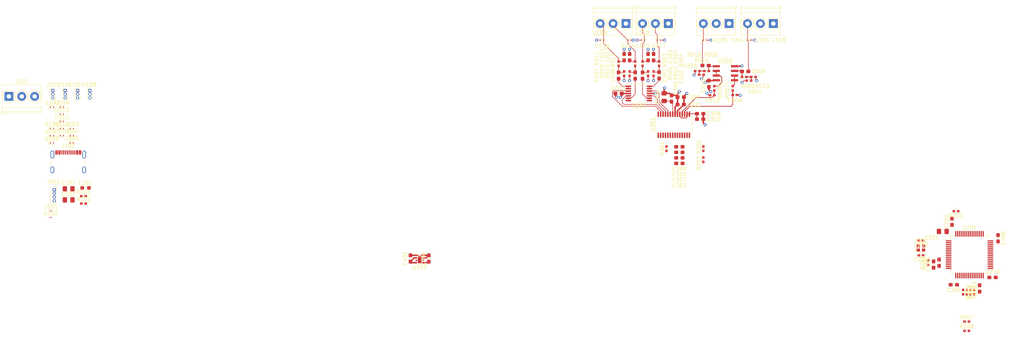
<source format=kicad_pcb>
(kicad_pcb (version 20221018) (generator pcbnew)
  (layers (0 "F.Cu" signal) (1 "In1.Cu" power) (2 "In2.Cu" power) (31 "B.Cu" signal) (34 "B.Paste" user) (35 "F.Paste" user) (36 "B.SilkS" user "B.Silkscreen") (37 "F.SilkS" user "F.Silkscreen") (38 "B.Mask" user) (39 "F.Mask" user) (44 "Edge.Cuts" user))
  (net 0 "")
  (net 1 "/MCU/crystal_B")
  (net 2 "/MCU/crystal_A")
  (net 3 "VREF")
  (net 4 "Net-(U501C--)")
  (net 5 "Net-(C501-Pad2)")
  (net 6 "Net-(U501D--)")
  (net 7 "Net-(C502-Pad2)")
  (net 8 "SPKR_LEFT_P_BUF")
  (net 9 "SPKR_LEFT_N_BUF")
  (net 10 "Net-(U502A--)")
  (net 11 "Net-(U502B--)")
  (net 12 "Net-(U501A--)")
  (net 13 "Net-(C507-Pad2)")
  (net 14 "Net-(U501B--)")
  (net 15 "Net-(C508-Pad2)")
  (net 16 "MIC_1_IN_BUF")
  (net 17 "MIC_2_IN_BUF")
  (net 18 "SPKR_RIGHT_P_BUF")
  (net 19 "SPKR_RIGHT_N_BUF")
  (net 22 "USB_D+")
  (net 23 "USB_D-")
  (net 30 "Net-(U201-BOOT0)")
  (net 31 "Net-(U201-NRST)")
  (net 32 "+3V3")
  (net 33 "GND")
  (net 34 "I2S_2_SD")
  (net 35 "I2S_WS")
  (net 36 "I2S_CLK")
  (net 37 "I2C_1_SCL")
  (net 38 "I2C_1_SDA")
  (net 39 "GNDS")
  (net 40 "MIC_1_IN")
  (net 41 "SPKR_RIGHT_P")
  (net 42 "SPKR_RIGHT_N")
  (net 43 "SPKR_LEFT_P")
  (net 44 "SPKR_LEFT_N")
  (net 45 "MIC_2_IN")
  (net 46 "Net-(U502A-+)")
  (net 47 "Net-(U502B-+)")
  (net 48 "GPIO_A3")
  (net 49 "GPIO_A2")
  (net 50 "GPIO_A1")
  (net 51 "GPIO_A0")
  (net 52 "CODEC_RST")
  (net 54 "MCU_SWCLK")
  (net 55 "MCU_SWDIO")
  (net 56 "USB_D_P")
  (net 57 "USB_D_M")
  (net 58 "VBUS_SENSE")
  (net 63 "+5V")
  (net 64 "/MCU/USB_SOF")
  (net 74 "I2S_MCLK")
  (net 75 "I2S_1_SD")
  (net 93 "/Connectors/5V_INPUT")
  (net 94 "/MCU/VCAP_1")
  (net 95 "/Codec/FILT")
  (net 96 "/Connectors/VBUS_USB")
  (net 97 "/Codec/CODEC_CS")
  (net 98 "RST")
  (net 99 "/MCU/i2s_mclk_series")
  (net 100 "/MCU/i2s_ws _series")
  (net 101 "/MCU/i2s_clk_series")
  (net 102 "/MCU/i2s_1_sd_sereis")
  (net 103 "/Codec/codec_sdout_sereis")
  (footprint "Resistor_SMD:R_0402_1005Metric_Pad0.72x0.64mm_HandSolder" (layer "F.Cu") (at 111.975 39.5975 90)
    (fp_text reference "R507")
    (fp_text value "2.2k")
  )
  (footprint "Diode_SMD:D_SOD-923" (layer "F.Cu") (at -72.805 54.45)
    (fp_text reference "U108")
    (fp_text value "~")
  )
  (footprint "Diode_SMD:Infineon_SG-WLL-2-3_0.58x0.28_P0.36mm" (layer "F.Cu") (at -73.13 72.88)
    (fp_text reference "U101")
    (fp_text value "~")
  )
  (footprint "Resistor_SMD:R_0402_1005Metric_Pad0.72x0.64mm_HandSolder" (layer "F.Cu") (at 89 35.5975 -90)
    (fp_text reference "R501")
    (fp_text value "2.2k")
  )
  (footprint "Resistor_SMD:R_0402_1005Metric_Pad0.72x0.64mm_HandSolder" (layer "F.Cu") (at 175.5 103.01)
    (fp_text reference "R207")
    (fp_text value "10k")
  )
  (footprint "Resistor_SMD:R_0402_1005Metric_Pad0.72x0.64mm_HandSolder" (layer "F.Cu") (at 85.5 32.9025 90)
    (fp_text reference "R512")
    (fp_text value "2.2k")
  )
  (footprint "Capacitor_SMD:C_0603_1608Metric_Pad1.08x0.95mm_HandSolder" (layer "F.Cu") (at 29.5 85.85 90)
    (fp_text reference "C402")
    (fp_text value "1u")
  )
  (footprint "Diode_SMD:D_SOD-923" (layer "F.Cu") (at 83.92 26.5)
    (fp_text reference "U114")
    (fp_text value "~")
  )
  (footprint "Capacitor_SMD:C_0402_1005Metric_Pad0.74x0.62mm_HandSolder" (layer "F.Cu") (at 163.0675 81 180)
    (fp_text reference "C202")
    (fp_text value "19p 1%")
  )
  (footprint "Resistor_SMD:R_0402_1005Metric_Pad0.72x0.64mm_HandSolder" (layer "F.Cu") (at 102.3775 34.905 180)
    (fp_text reference "R516")
    (fp_text value "2.2k")
  )
  (footprint "Capacitor_SMD:C_0402_1005Metric_Pad0.74x0.62mm_HandSolder" (layer "F.Cu") (at 163.0675 85 180)
    (fp_text reference "C201")
    (fp_text value "19p 1%")
  )
  (footprint "Diode_SMD:D_SOD-923" (layer "F.Cu") (at -72.805 52.5)
    (fp_text reference "U107")
    (fp_text value "~")
  )
  (footprint "Capacitor_SMD:C_0603_1608Metric_Pad1.08x0.95mm_HandSolder" (layer "F.Cu") (at 97.5 55.5 180)
    (fp_text reference "C309")
    (fp_text value "0.1u")
  )
  (footprint "Capacitor_SMD:C_0603_1608Metric_Pad1.08x0.95mm_HandSolder" (layer "F.Cu") (at 104.6125 33.405)
    (fp_text reference "C506")
    (fp_text value "0.1u")
  )
  (footprint "Resistor_SMD:R_0402_1005Metric_Pad0.72x0.64mm_HandSolder" (layer "F.Cu") (at -64.24 70.91)
    (fp_text reference "R102")
    (fp_text value "10k")
  )
  (footprint "Capacitor_SMD:C_0603_1608Metric_Pad1.08x0.95mm_HandSolder" (layer "F.Cu") (at 184 80.3625 -90)
    (fp_text reference "C208")
    (fp_text value "0.1u")
  )
  (footprint "Resistor_SMD:R_0603_1608Metric_Pad0.98x0.95mm_HandSolder" (layer "F.Cu") (at -63.69 66.67)
    (fp_text reference "L101")
    (fp_text value "120 Ohms @ 100 MHz\n")
  )
  (footprint "Capacitor_SMD:C_0603_1608Metric_Pad1.08x0.95mm_HandSolder" (layer "F.Cu") (at 105.5 38.3625 -90)
    (fp_text reference "C513")
    (fp_text value "0.1u")
  )
  (footprint "Package_SO:TSSOP-14_4.4x5mm_P0.65mm" (layer "F.Cu") (at 86.5 41)
    (fp_text reference "U501")
    (fp_text value "~")
  )
  (footprint "Capacitor_SMD:C_0603_1608Metric_Pad1.08x0.95mm_HandSolder" (layer "F.Cu") (at 97.5 58.5 180)
    (fp_text reference "C307")
    (fp_text value "1u")
  )
  (footprint "Diode_SMD:D_SOD-923" (layer "F.Cu") (at -70.11 46.65)
    (fp_text reference "U110")
    (fp_text value "~")
  )
  (footprint "TerminalBlock_Phoenix:TerminalBlock_Phoenix_PT-1,5-3-3.5-H_1x03_P3.50mm_Horizontal" (layer "F.Cu") (at 83 22 180)
    (fp_text reference "J109")
    (fp_text value "Speaker Right Connector")
  )
  (footprint "Connector_PinHeader_1.00mm:PinHeader_1x03_P1.00mm_Vertical" (layer "F.Cu") (at -69.2 40.2)
    (fp_text reference "J106")
    (fp_text value "GPIO 1 Connector")
  )
  (footprint "Diode_SMD:D_SOD-923" (layer "F.Cu") (at -67.415 54.45)
    (fp_text reference "U505")
    (fp_text value "~")
  )
  (footprint "Resistor_SMD:R_0402_1005Metric_Pad0.72x0.64mm_HandSolder" (layer "F.Cu") (at 176.5 95 -90)
    (fp_text reference "R206")
    (fp_text value "22")
  )
  (footprint "Diode_SMD:D_SOD-923" (layer "F.Cu") (at -72.805 44.7)
    (fp_text reference "U103")
    (fp_text value "~")
  )
  (footprint "Resistor_SMD:R_0402_1005Metric_Pad0.72x0.64mm_HandSolder" (layer "F.Cu") (at 104 59 90)
    (fp_text reference "R303")
    (fp_text value "10k")
  )
  (footprint "Capacitor_SMD:C_0603_1608Metric_Pad1.08x0.95mm_HandSolder" (layer "F.Cu") (at 24.5 85.85 90)
    (fp_text reference "C401")
    (fp_text value "1u")
  )
  (footprint "Diode_SMD:D_SOD-923" (layer "F.Cu") (at 76.5 26.5 180)
    (fp_text reference "U116")
    (fp_text value "~")
  )
  (footprint "Connector_PinSocket_1.00mm:PinSocket_1x04_P1.00mm_Vertical" (layer "F.Cu") (at -72.16 67.19)
    (fp_text reference "J501")
    (fp_text value "SWD Connector")
  )
  (footprint "Capacitor_SMD:C_0603_1608Metric_Pad1.08x0.95mm_HandSolder" (layer "F.Cu") (at 85.5 36.1375 90)
    (fp_text reference "C508")
    (fp_text value "0.1u")
  )
  (footprint "Capacitor_SMD:C_0402_1005Metric_Pad0.74x0.62mm_HandSolder" (layer "F.Cu") (at 112.5425 41.405 180)
    (fp_text reference "C509")
    (fp_text value "1n")
  )
  (footprint "Resistor_SMD:R_0402_1005Metric_Pad0.72x0.64mm_HandSolder" (layer "F.Cu") (at 175.5 95 -90)
    (fp_text reference "R205")
    (fp_text value "22")
  )
  (footprint "Resistor_SMD:R_0402_1005Metric_Pad0.72x0.64mm_HandSolder" (layer "F.Cu") (at 177.5 95 90)
    (fp_text reference "R203")
    (fp_text value "22")
  )
  (footprint "Connector_PinHeader_1.00mm:PinHeader_1x03_P1.00mm_Vertical" (layer "F.Cu") (at -65.85 40.2)
    (fp_text reference "J107")
    (fp_text value "GPIO 2 Connector")
  )
  (footprint "Diode_SMD:D_SOD-923" (layer "F.Cu") (at -70.11 52.5)
    (fp_text reference "U113")
    (fp_text value "~")
  )
  (footprint "Capacitor_SMD:C_0603_1608Metric_Pad1.08x0.95mm_HandSolder" (layer "F.Cu") (at 89 31.1375 -90)
    (fp_text reference "C503")
    (fp_text value "0.1u")
  )
  (footprint "Capacitor_SMD:C_0603_1608Metric_Pad1.08x0.95mm_HandSolder" (layer "F.Cu") (at 179 94 90)
    (fp_text reference "C203")
    (fp_text value "2.2u")
  )
  (footprint "Resistor_SMD:R_0402_1005Metric_Pad0.72x0.64mm_HandSolder" (layer "F.Cu") (at 115.0975 36.5 180)
    (fp_text reference "R505")
    (fp_text value "1M")
  )
  (footprint "Capacitor_SMD:C_0805_2012Metric_Pad1.18x1.45mm_HandSolder" (layer "F.Cu") (at 93.3625 42 90)
    (fp_text reference "C304")
    (fp_text value "47u")
  )
  (footprint "Capacitor_SMD:C_0603_1608Metric_Pad1.08x0.95mm_HandSolder" (layer "F.Cu") (at 81 36.1375 90)
    (fp_text reference "C507")
    (fp_text value "0.1u")
  )
  (footprint "Diode_SMD:D_SOD-923" (layer "F.Cu") (at -67.415 50.55)
    (fp_text reference "U503")
    (fp_text value "~")
  )
  (footprint "Resistor_SMD:R_0402_1005Metric_Pad0.72x0.64mm_HandSolder" (layer "F.Cu") (at 175.5 105.52)
    (fp_text reference "R208")
    (fp_text value "10k")
  )
  (footprint "Diode_SMD:D_SOD-923" (layer "F.Cu") (at -70.11 48.6)
    (fp_text reference "U111")
    (fp_text value "~")
  )
  (footprint "Diode_SMD:D_SOD-923" (layer "F.Cu") (at 116.42 26.5)
    (fp_text reference "U104")
    (fp_text value "~")
  )
  (footprint "Resistor_SMD:R_0402_1005Metric_Pad0.72x0.64mm_HandSolder" (layer "F.Cu") (at 104 56 90)
    (fp_text reference "R302")
    (fp_text value "10k")
  )
  (footprint "Package_SON:WSON-6-1EP_2x2mm_P0.65mm_EP1x1.6mm" (layer "F.Cu") (at 27 86.35 180)
    (fp_text reference "U401")
    (fp_text value "TLV75733PDRV")
  )
  (footprint "Package_SO:TSSOP-28_4.4x9.7mm_P0.65mm" (layer "F.Cu") (at 96 49.5 90)
    (fp_text reference "U301")
    (fp_text value "~")
  )
  (footprint "Connector_PinHeader_1.00mm:PinHeader_1x03_P1.00mm_Vertical" (layer "F.Cu") (at -72.55 40.2)
    (fp_text reference "J105")
    (fp_text value "GPIO 0 Connector")
  )
  (footprint "Diode_SMD:D_SOD-923" (layer "F.Cu") (at -70.11 44.7)
    (fp_text reference "U109")
    (fp_text value "~")
  )
  (footprint "Diode_SMD:Infineon_SG-WLL-2-3_0.58x0.28_P0.36mm" (layer "F.Cu") (at -73.13 74.71)
    (fp_text reference "U102")
    (fp_text value "~")
  )
  (footprint "Resistor_SMD:R_0402_1005Metric_Pad0.72x0.64mm_HandSolder" (layer "F.Cu") (at 87.5 32.9025 90)
    (fp_text reference "R503")
    (fp_text value "2.2k")
  )
  (footprint "Resistor_SMD:R_0402_1005Metric_Pad0.72x0.64mm_HandSolder" (layer "F.Cu") (at 116.3775 37.5 180)
    (fp_text reference "R514")
    (fp_text value "2.2k")
  )
  (footprint "Capacitor_SMD:C_0603_1608Metric_Pad1.08x0.95mm_HandSolder" (layer "F.Cu") (at 97.5 60 180)
    (fp_text reference "C303")
    (fp_text value "1u")
  )
  (footprint "Capacitor_SMD:C_0603_1608Metric_Pad1.08x0.95mm_HandSolder" (layer "F.Cu") (at 87.5 36.1375 90)
    (fp_text reference "C501")
    (fp_text value "0.1u")
  )
  (footprint "Resistor_SMD:R_0402_1005Metric_Pad0.72x0.64mm_HandSolder" (layer "F.Cu") (at 165 87 90)
    (fp_text reference "R202")
    (fp_text value "10k")
  )
  (footprint "Capacitor_SMD:C_0603_1608Metric_Pad1.08x0.95mm_HandSolder" (layer "F.Cu") (at 103.1375 46.5)
    (fp_text reference "C308")
    (fp_text value "1u")
  )
  (footprint "Crystal:Crystal_SMD_2016-4Pin_2.0x1.6mm" (layer "F.Cu") (at 163.0675 83)
    (fp_text reference "Y201")
    (fp_text value "Crystal_GND24")
  )
  (footprint "Capacitor_SMD:C_0603_1608Metric_Pad1.08x0.95mm_HandSolder" (layer "F.Cu") (at 95.3625 42.3625 90)
    (fp_text reference "C306")
    (fp_text value "0.1u" hide)
  )
  (footprint "Capacitor_SMD:C_0603_1608Metric_Pad1.08x0.95mm_HandSolder" (layer "F.Cu") (at 115.3625 35 180)
    (fp_text reference "C505")
    (fp_text value "0.1u")
  )
  (footprint "Resistor_SMD:R_0402_1005Metric_Pad0.72x0.64mm_HandSolder" (layer "F.Cu") (at 92 32.9025 90)
    (fp_text reference "R504")
    (fp_text value "2.2k")
  )
  (footprint "Diode_SMD:D_SOD-923" (layer "F.Cu") (at 87.58 26.5 180)
    (fp_text reference "U115")
    (fp_text value "~")
  )
  (footprint "Resistor_SMD:R_0402_1005Metric_Pad0.72x0.64mm_HandSolder" (layer "F.Cu") (at 174.5 95 -90)
    (fp_text reference "R204")
    (fp_text value "22")
  )
  (footprint "Package_SO:SOIC-8_3.9x4.9mm_P1.27mm" (layer "F.Cu") (at 110 35.5 180)
    (fp_text reference "U502")
    (fp_text value "~")
  )
  (footprint "Capacitor_SMD:C_0603_1608Metric_Pad1.08x0.95mm_HandSolder" (layer "F.Cu") (at 168 87 90)
    (fp_text reference "C207")
    (fp_text value "0.1u")
  )
  (footprint "Resistor_SMD:R_0402_1005Metric_Pad0.72x0.64mm_HandSolder" (layer "F.Cu") (at -64.24 68.92)
    (fp_text reference "R101")
    (fp_text value "10k")
  )
  (footprint "Resistor_SMD:R_0402_1005Metric_Pad0.72x0.64mm_HandSolder" (layer "F.Cu") (at 90.5 35.5975 -90)
    (fp_text reference "R502")
    (fp_text value "2.2k")
  )
  (footprint "Resistor_SMD:R_0402_1005Metric_Pad0.72x0.64mm_HandSolder" (layer "F.Cu") (at 81 32.9025 90)
    (fp_text reference "R511")
    (fp_text value "2.2k")
  )
  (footprint "TerminalBlock_Phoenix:TerminalBlock_Phoenix_PT-1,5-3-3.5-H_1x03_P3.50mm_Horizontal" (layer "F.Cu") (at 111 22 180)
    (fp_text reference "J104")
    (fp_text value "Mic 2 Connector")
  )
  (footprint "Capacitor_SMD:C_0603_1608Metric_Pad1.08x0.95mm_HandSolder" (layer "F.Cu") (at 172 93 180)
    (fp_text reference "C206")
    (fp_text value "0.1u")
  )
  (footprint "Resistor_SMD:R_0402_1005Metric_Pad0.72x0.64mm_HandSolder" (layer "F.Cu") (at 103.475 35.905 180)
    (fp_text reference "R515")
    (fp_text value "2.2k")
  )
  (footprint "Resistor_SMD:R_0402_1005Metric_Pad0.72x0.64mm_HandSolder" (layer "F.Cu") (at 117.5975 36.5 180)
    (fp_text reference "R513")
    (fp_text value "2.2k")
  )
  (footprint "Capacitor_SMD:C_0805_2012Metric_Pad1.18x1.45mm_HandSolder" (layer "F.Cu") (at 169 78.5 180)
    (fp_text reference "C204")
    (fp_text value "4.7u")
  )
  (footprint "Capacitor_SMD:C_0603_1608Metric_Pad1.08x0.95mm_HandSolder" (layer "F.Cu") (at 81 41)
    (fp_text reference "C514")
    (fp_text value "0.1u")
  )
  (footprint "TerminalBlock_Phoenix:TerminalBlock_Phoenix_PT-1,5-3-3.5-H_1x03_P3.50mm_Horizontal" (layer "F.Cu") (at 123 22 180)
    (fp_text reference "J103")
    (fp_text value "Mic 1 Connector")
  )
  (footprint "Connector_PinHeader_1.00mm:PinHeader_1x03_P1.00mm_Vertical" (layer "F.Cu") (at -62.5 40.2)
    (fp_text reference "J108")
    (fp_text value "GPIO 3 Connector")
  )
  (footprint "Capacitor_SMD:C_0603_1608Metric_Pad1.08x0.95mm_HandSolder" (layer "F.Cu") (at 92 36.0575 90)
    (fp_text reference "C502")
    (fp_text value "0.1u")
  )
  (footprint "Resistor_SMD:R_0402_1005Metric_Pad0.72x0.64mm_HandSolder" (layer "F.Cu") (at 82.5 35.5975 -90)
    (fp_text reference "R509")
    (fp_text value "2.2k")
  )
  (footprint "Resistor_SMD:R_0402_1005Metric_Pad0.72x0.64mm_HandSolder" (layer "F.Cu") (at 104.8775 34.905)
    (fp_text reference "R506")
    (fp_text value "1M")
  )
  (footprint "Diode_SMD:D_SOD-923" (layer "F.Cu") (at -72.805 50.55)
    (fp_text reference "U106")
    (fp_text value "~")
  )
  (footprint "Resistor_SMD:R_0402_1005Metric_Pad0.72x0.64mm_HandSolder" (layer "F.Cu") (at 106.975 39.5975 90)
    (fp_text reference "R508")
    (fp_text value "2.2k")
  )
  (footprint "Package_QFP:LQFP-64_10x10mm_P0.5mm" (layer "F.Cu") (at 176.25 84.825)
    (fp_text reference "U201")
    (fp_text value "STM32F446RCTx")
  )
  (footprint "Capacitor_SMD:C_0603_1608Metric_Pad1.08x0.95mm_HandSolder" (layer "F.Cu") (at 84 31.1375 -90)
    (fp_text reference "C512")
    (fp_text value "0.1u")
  )
  (footprint "Capacitor_SMD:C_0603_1608Metric_Pad1.08x0.95mm_HandSolder" (layer "F.Cu") (at 82.5 31.1375 -90)
    (fp_text reference "C511")
    (fp_text value "0.1u")
  )
  (footprint "Capacitor_SMD:C_0603_1608Metric_Pad1.08x0.95mm_HandSolder" (layer "F.Cu") (at 97.5 57 180)
    (fp_text reference "C305")
    (fp_text value "0.1u")
  )
  (footprint "Diode_SMD:D_SOD-923" (layer "F.Cu") (at -70.11 50.55)
    (fp_text reference "U112")
    (fp_text value "~")
  )
  (footprint "Connector_USB:USB_C_Receptacle_GCT_USB4105-xx-A_16P_TopMnt_Horizontal" (layer "F.Cu") (at -68.38 60.71)
    (fp_text reference "J102")
    (fp_text value "USB C Port")
  )
  (footprint "Resistor_SMD:R_0402_1005Metric_Pad0.72x0.64mm_HandSolder" (layer "F.Cu") (at 94 56 90)
    (fp_text reference "R301")
    (fp_text value "22")
  )
  (footprint "Capacitor_SMD:C_0805_2012Metric_Pad1.18x1.45mm_HandSolder" (layer "F.Cu") (at -68.27 69.93)
    (fp_text reference "C102")
    (fp_text value "4.7u")
  )
  (footprint "Diode_SMD:D_SOD-923" (layer "F.Cu") (at -67.415 52.5)
    (fp_text reference "U504")
    (fp_text value "~")
  )
  (footprint "Capacitor_SMD:C_0603_1608Metric_Pad1.08x0.95mm_HandSolder" (layer "F.Cu") (at 97.8625 44 180)
    (fp_text reference "C302")
    (fp_text value "0.1u")
  )
  (footprint "Capacitor_SMD:C_0603_1608Metric_Pad1.08x0.95mm_HandSolder" (layer "F.Cu") (at 182.5 91)
    (fp_text reference "C210")
    (fp_text value "0.1u")
  )
  (footprint "Capacitor_SMD:C_0402_1005Metric_Pad0.74x0.62mm_HandSolder" (layer "F.Cu") (at 106.4075 41.5)
    (fp_text reference "C510")
    (fp_text value "1n")
  )
  (footprint "Capacitor_SMD:C_0603_1608Metric_Pad1.08x0.95mm_HandSolder" (layer "F.Cu") (at 97.8625 42 180)
    (fp_text reference "C301")
    (fp_text value "1u")
  )
  (footprint "Capacitor_SMD:C_0805_2012Metric_Pad1.18x1.45mm_HandSolder" (layer "F.Cu") (at -68.27 66.92)
    (fp_text reference "C101")
    (fp_text value "4.7u")
  )
  (footprint "TerminalBlock_Phoenix:TerminalBlock_Phoenix_PT-1,5-3-3.5-H_1x03_P3.50mm_Horizontal" (layer "F.Cu") (at 94.5 22 180)
    (fp_text reference "J110")
    (fp_text value "Speaker Left Connector")
  )
  (footprint "TerminalBlock_Phoenix:TerminalBlock_Phoenix_PT-1,5-3-3.5-H_1x03_P3.50mm_Horizontal" (layer "F.Cu") (at -84.5 41.8)
    (fp_text reference "J101")
    (fp_text value "Power Terminal")
  )
  (footprint "Diode_SMD:D_SOD-923" (layer "F.Cu") (at 104.42 26.5)
    (fp_text reference "U105")
    (fp_text value "~")
  )
  (footprint "Capacitor_SMD:C_0603_1608Metric_Pad1.08x0.95mm_HandSolder" (layer "F.Cu") (at 171.5 75.8625 90)
    (fp_text reference "C209")
    (fp_text value "0.1u")
  )
  (footprint "Capacitor_SMD:C_0603_1608Metric_Pad1.08x0.95mm_HandSolder" (layer "F.Cu") (at 103.1375 48)
    (fp_text reference "C310")
    (fp_text value "0.1u")
  )
  (footprint "Resistor_SMD:R_0402_1005Metric_Pad0.72x0.64mm_HandSolder" (layer "F.Cu") (at 84 35.5975 -90)
    (fp_text reference "R510")
    (fp_text value "2.2k")
  )
  (footprint "Capacitor_SMD:C_0603_1608Metric_Pad1.08x0.95mm_HandSolder" (layer "F.Cu") (at 90.5 31.1375 -90)
    (fp_text reference "C504")
    (fp_text value "0.1u")
  )
  (footprint "Diode_SMD:D_SOD-923" (layer "F.Cu") (at 91.92 26.5)
    (fp_text reference "U117")
    (fp_text value "~")
  )
  (footprint "Capacitor_SMD:C_0603_1608Metric_Pad1.08x0.95mm_HandSolder" (layer "F.Cu") (at 166.5 87.5 90)
    (fp_text reference "C205")
    (fp_text value "1u")
  )
  (footprint "Resistor_SMD:R_0402_1005Metric_Pad0.72x0.64mm_HandSolder" (layer "F.Cu") (at 172.5975 73 180)
    (fp_text reference "R201")
    (fp_text value "10k")
  )
  (segment (start 99.575 47.375) (end 99.275 47.675) (width 0.2) (layer "F.Cu") (net 3))
  (segment (start 98.009312 47.675) (end 97.625 47.290688) (width 0.2) (layer "F.Cu") (net 3))
  (segment (start 100.3625 46.5) (end 100.225 46.6375) (width 0.2) (layer "F.Cu") (net 3))
  (segment (start 99.575 46.6375) (end 99.575 47.375) (width 0.2) (layer "F.Cu") (net 3))
  (segment (start 100.225 46.6375) (end 99.575 46.6375) (width 0.2) (layer "F.Cu") (net 3))
  (segment (start 102.275 48) (end 102.275 46.5) (width 0.2) (layer "F.Cu") (net 3))
  (segment (start 97.625 47.290688) (end 97.625 46.6375) (width 0.2) (layer "F.Cu") (net 3))
  (segment (start 102.275 46.5) (end 100.3625 46.5) (width 0.2) (layer "F.Cu") (net 3))
  (segment (start 99.275 47.675) (end 98.009312 47.675) (width 0.2) (layer "F.Cu") (net 3))
  (segment (start 88.625 42.3) (end 87.5 41.175) (width 0.1524) (layer "F.Cu") (net 4))
  (segment (start 89.3625 42.3) (end 88.625 42.3) (width 0.1524) (layer "F.Cu") (net 4))
  (segment (start 87.5 41.175) (end 87.5 37) (width 0.1524) (layer "F.Cu") (net 4))
  (segment (start 89.3625 42.95) (end 89.3625 42.3) (width 0.1524) (layer "F.Cu") (net 4))
  (segment (start 87.5 35.275) (end 87.5 33.5) (width 0.1524) (layer "F.Cu") (net 5))
  (segment (start 87.5 35.275) (end 88.725 35.275) (width 0.1524) (layer "F.Cu") (net 5))
  (segment (start 88.725 35.275) (end 89 35) (width 0.1524) (layer "F.Cu") (net 5))
  (segment (start 92 37.5) (end 92 36.92) (width 0.1524) (layer "F.Cu") (net 6))
  (segment (start 89.3625 39.05) (end 90.45 39.05) (width 0.1524) (layer "F.Cu") (net 6))
  (segment (start 89.3625 39.7) (end 89.3625 39.05) (width 0.1524) (layer "F.Cu") (net 6))
  (segment (start 90.45 39.05) (end 92 37.5) (width 0.1524) (layer "F.Cu") (net 6))
  (segment (start 92 35.195) (end 90.695 35.195) (width 0.1524) (layer "F.Cu") (net 7))
  (segment (start 92 35.195) (end 92 33.5) (width 0.1524) (layer "F.Cu") (net 7))
  (segment (start 90.695 35.195) (end 90.5 35) (width 0.1524) (layer "F.Cu") (net 7))
  (segment (start 88 27) (end 87.5 27.5) (width 0.1524) (layer "F.Cu") (net 8))
  (segment (start 88 26.5) (end 88 27) (width 0.1524) (layer "F.Cu") (net 8))
  (segment (start 88.695 32.305) (end 89 32) (width 0.1524) (layer "F.Cu") (net 8))
  (segment (start 87.5 32.305) (end 88.695 32.305) (width 0.1524) (layer "F.Cu") (net 8))
  (segment (start 87.5 27.5) (end 87.5 32.305) (width 0.1524) (layer "F.Cu") (net 8))
  (segment (start 88 25) (end 87.5 24.5) (width 0.1524) (layer "F.Cu") (net 8))
  (segment (start 87.5 24.5) (end 87.5 22) (width 0.1524) (layer "F.Cu") (net 8))
  (segment (start 88 26.5) (end 88 25) (width 0.1524) (layer "F.Cu") (net 8))
  (segment (start 91 24.5) (end 91 22) (width 0.1524) (layer "F.Cu") (net 9))
  (segment (start 91.5 25) (end 91 24.5) (width 0.1524) (layer "F.Cu") (net 9))
  (segment (start 92 32.305) (end 90.805 32.305) (width 0.1524) (layer "F.Cu") (net 9))
  (segment (start 90.805 32.305) (end 90.5 32) (width 0.1524) (layer "F.Cu") (net 9))
  (segment (start 91.5 28) (end 92 28.5) (width 0.1524) (layer "F.Cu") (net 9))
  (segment (start 92 28.5) (end 92 32.305) (width 0.1524) (layer "F.Cu") (net 9))
  (segment (start 91.5 26.5) (end 91.5 28) (width 0.1524) (layer "F.Cu") (net 9))
  (segment (start 91.5 26.5) (end 91.5 25) (width 0.1524) (layer "F.Cu") (net 9))
  (segment (start 112.475 37.405) (end 112.475 38.5) (width 0.2) (layer "F.Cu") (net 10))
  (segment (start 112.475 38.5) (end 111.975 39) (width 0.2) (layer "F.Cu") (net 10))
  (segment (start 112.475 36.135) (end 112.475 37.405) (width 0.2) (layer "F.Cu") (net 10))
  (segment (start 108 39) (end 106.975 39) (width 0.2) (layer "F.Cu") (net 11))
  (segment (start 107.525 36.135) (end 108.5 36.135) (width 0.2) (layer "F.Cu") (net 11))
  (segment (start 107.525 34.865) (end 107.525 36.135) (width 0.2) (layer "F.Cu") (net 11))
  (segment (start 108.5 36.135) (end 109 36.635) (width 0.2) (layer "F.Cu") (net 11))
  (segment (start 109 38) (end 108 39) (width 0.2) (layer "F.Cu") (net 11))
  (segment (start 109 36.635) (end 109 38) (width 0.2) (layer "F.Cu") (net 11))
  (segment (start 82.05 39.05) (end 81 38) (width 0.1524) (layer "F.Cu") (net 12))
  (segment (start 83.6375 39.05) (end 82.05 39.05) (width 0.1524) (layer "F.Cu") (net 12))
  (segment (start 81 38) (end 81 37) (width 0.1524) (layer "F.Cu") (net 12))
  (segment (start 83.6375 39.7) (end 83.6375 39.05) (width 0.1524) (layer "F.Cu") (net 12))
  (segment (start 81 35.275) (end 81 33.5) (width 0.1524) (layer "F.Cu") (net 13))
  (segment (start 81 35.275) (end 82.225 35.275) (width 0.1524) (layer "F.Cu") (net 13))
  (segment (start 82.225 35.275) (end 82.5 35) (width 0.1524) (layer "F.Cu") (net 13))
  (segment (start 85.5 41.175) (end 85.5 37) (width 0.1524) (layer "F.Cu") (net 14))
  (segment (start 83.6375 42.3) (end 84.375 42.3) (width 0.1524) (layer "F.Cu") (net 14))
  (segment (start 84.375 42.3) (end 85.5 41.175) (width 0.1524) (layer "F.Cu") (net 14))
  (segment (start 83.6375 42.95) (end 83.6375 42.3) (width 0.1524) (layer "F.Cu") (net 14))
  (segment (start 85.5 35.275) (end 85.5 33.5) (width 0.1524) (layer "F.Cu") (net 15))
  (segment (start 85.5 35.275) (end 84.275 35.275) (width 0.1524) (layer "F.Cu") (net 15))
  (segment (start 84.275 35.275) (end 84 35) (width 0.1524) (layer "F.Cu") (net 15))
  (segment (start 111.5 44.5) (end 112 44) (width 0.2) (layer "F.Cu") (net 16))
  (segment (start 111.975 43.975) (end 111.975 41.405) (width 0.2) (layer "F.Cu") (net 16))
  (segment (start 111.975 41.405) (end 111.975 40.195) (width 0.2) (layer "F.Cu") (net 16))
  (segment (start 98.925 46.6375) (end 98.925 45.9) (width 0.2) (layer "F.Cu") (net 16))
  (segment (start 100.325 44.5) (end 111.5 44.5) (width 0.2) (layer "F.Cu") (net 16))
  (segment (start 98.925 45.9) (end 100.325 44.5) (width 0.2) (layer "F.Cu") (net 16))
  (segment (start 112 44) (end 111.975 43.975) (width 0.2) (layer "F.Cu") (net 16))
  (segment (start 106.975 41.5) (end 106.975 40.195) (width 0.2) (layer "F.Cu") (net 17))
  (segment (start 98.275 46.6375) (end 98.275 45.9) (width 0.2) (layer "F.Cu") (net 17))
  (segment (start 106.365 42.11) (end 106.975 41.5) (width 0.2) (layer "F.Cu") (net 17))
  (segment (start 98.275 45.9) (end 102.065 42.11) (width 0.2) (layer "F.Cu") (net 17))
  (segment (start 102.065 42.11) (end 106.365 42.11) (width 0.2) (layer "F.Cu") (net 17))
  (segment (start 82.195 32.305) (end 82.5 32) (width 0.1524) (layer "F.Cu") (net 18))
  (segment (start 81 31.5) (end 81 32.58) (width 0.1524) (layer "F.Cu") (net 18))
  (segment (start 76.92 26.5) (end 76.92 27.42) (width 0.1524) (layer "F.Cu") (net 18))
  (segment (start 76.92 27.42) (end 81 31.5) (width 0.1524) (layer "F.Cu") (net 18))
  (segment (start 76.92 22.92) (end 76.92 26.5) (width 0.1524) (layer "F.Cu") (net 18))
  (segment (start 81 32.305) (end 82.195 32.305) (width 0.1524) (layer "F.Cu") (net 18))
  (segment (start 76 22) (end 76.92 22.92) (width 0.1524) (layer "F.Cu") (net 18))
  (segment (start 85.5 29.5) (end 83.5 27.5) (width 0.1524) (layer "F.Cu") (net 19))
  (segment (start 85.5 32.305) (end 85.5 29.5) (width 0.1524) (layer "F.Cu") (net 19))
  (segment (start 85.5 32.305) (end 84.305 32.305) (width 0.1524) (layer "F.Cu") (net 19))
  (segment (start 79.5 22.5) (end 79.5 22) (width 0.1524) (layer "F.Cu") (net 19))
  (segment (start 83.5 26.5) (end 79.5 22.5) (width 0.1524) (layer "F.Cu") (net 19))
  (segment (start 84.305 32.305) (end 84 32) (width 0.1524) (layer "F.Cu") (net 19))
  (segment (start 83.5 27.5) (end 83.5 26.5) (width 0.1524) (layer "F.Cu") (net 19))
  (segment (start 29.2125 87) (end 27.8955 87) (width 0.391) (layer "F.Cu") (net 32))
  (segment (start 29.5 86.7125) (end 29.2125 87) (width 0.391) (layer "F.Cu") (net 32))
  (segment (start 27 85.55) (end 26.4375 84.9875) (width 0.391) (layer "F.Cu") (net 33))
  (segment (start 104 48) (end 104 49) (width 0.391) (layer "F.Cu") (net 33))
  (segment (start 82.5 30.275) (end 82.5 29) (width 0.1524) (layer "F.Cu") (net 33))
  (segment (start 26.4375 84.9875) (end 24.5 84.9875) (width 0.391) (layer "F.Cu") (net 33))
  (segment (start 105.5 39.225) (end 105.5 40) (width 0.391) (layer "F.Cu") (net 33))
  (segment (start 89 36.195) (end 89 37.5) (width 0.1524) (layer "F.Cu") (net 33))
  (segment (start 96.5 41.5) (end 97 42) (width 0.391) (layer "F.Cu") (net 33))
  (segment (start 76.08 26.5) (end 75 26.5) (width 0.1524) (layer "F.Cu") (net 33))
  (segment (start 95.3625 41.5) (end 96.5 41.5) (width 0.391) (layer "F.Cu") (net 33))
  (segment (start 113.11 41.405) (end 113.905 41.405) (width 0.2) (layer "F.Cu") (net 33))
  (segment (start 87.16 26.5) (end 86 26.5) (width 0.1524) (layer "F.Cu") (net 33))
  (segment (start 115.78 37.5) (end 115 37.5) (width 0.1524) (layer "F.Cu") (net 33))
  (segment (start 96.325 44.675) (end 96.325 46.6375) (width 0.391) (layer "F.Cu") (net 33))
  (segment (start 97 41) (end 97.5 40.5) (width 0.391) (layer "F.Cu") (net 33))
  (segment (start 112.475 33.595) (end 114.405 33.595) (width 0.391) (layer "F.Cu") (net 33))
  (segment (start 84 36.195) (end 84 37.5) (width 0.1524) (layer "F.Cu") (net 33))
  (segment (start 115 37.5) (end 114.5 38) (width 0.1524) (layer "F.Cu") (net 33))
  (segment (start 93.3625 40.9625) (end 93.3625 39.6375) (width 0.391) (layer "F.Cu") (net 33))
  (segment (start 116.84 26.5) (end 118 26.5) (width 0.1524) (layer "F.Cu") (net 33))
  (segment (start 97 44) (end 96.325 44.675) (width 0.391) (layer "F.Cu") (net 33))
  (segment (start 90.5 36.195) (end 90.5 37.5) (width 0.1524) (layer "F.Cu") (net 33))
  (segment (start 27.8875 85.7) (end 28.7875 85.7) (width 0.391) (layer "F.Cu") (net 33))
  (segment (start 92.34 26.5) (end 93.5 26.5) (width 0.1524) (layer "F.Cu") (net 33))
  (segment (start 80.1375 41) (end 80.1375 41.6375) (width 0.391) (layer "F.Cu") (net 33))
  (segment (start 27 86.35) (end 27 85.55) (width 0.391) (layer "F.Cu") (net 33))
  (segment (start 93.3625 40.9625) (end 94.825 40.9625) (width 0.391) (layer "F.Cu") (net 33))
  (segment (start 105.5 41.5) (end 105 41) (width 0.2) (layer "F.Cu") (net 33))
  (segment (start 104 49) (end 104.5 49.5) (width 0.391) (layer "F.Cu") (net 33))
  (segment (start 93.3625 39.6375) (end 93.5 39.5) (width 0.391) (layer "F.Cu") (net 33))
  (segment (start 105.5 40) (end 106 40.5) (width 0.391) (layer "F.Cu") (net 33))
  (segment (start 101.78 34.905) (end 101.78 35.72) (width 0.1524) (layer "F.Cu") (net 33))
  (segment (start 84.34 26.5) (end 85 26.5) (width 0.1524) (layer "F.Cu") (net 33))
  (segment (start 104 46.5) (end 104 48) (width 0.391) (layer "F.Cu") (net 33))
  (segment (start 94.825 40.9625) (end 95.3625 41.5) (width 0.391) (layer "F.Cu") (net 33))
  (segment (start 97 42) (end 97 44) (width 0.391) (layer "F.Cu") (net 33))
  (segment (start 104.84 26.5) (end 106 26.5) (width 0.1524) (layer "F.Cu") (net 33))
  (segment (start 113.905 41.405) (end 114 41.5) (width 0.2) (layer "F.Cu") (net 33))
  (segment (start 105.84 41.5) (end 105.5 41.5) (width 0.2) (layer "F.Cu") (net 33))
  (segment (start 84 30.275) (end 84 29) (width 0.1524) (layer "F.Cu") (net 33))
  (segment (start 114.405 33.595) (end 114.5 33.5) (width 0.391) (layer "F.Cu") (net 33))
  (segment (start 80.1375 41.6375) (end 80.5 42) (width 0.391) (layer "F.Cu") (net 33))
  (segment (start 90.5 30.275) (end 90.5 29) (width 0.1524) (layer "F.Cu") (net 33))
  (segment (start 101.78 35.72) (end 101.5 36) (width 0.1524) (layer "F.Cu") (net 33))
  (segment (start 89.3625 41) (end 91 41) (width 0.391) (layer "F.Cu") (net 33))
  (segment (start 28.7875 85.7) (end 29.5 84.9875) (width 0.391) (layer "F.Cu") (net 33))
  (segment (start 27.5625 84.9875) (end 29.5 84.9875) (width 0.391) (layer "F.Cu") (net 33))
  (segment (start 27 85.55) (end 27.5625 84.9875) (width 0.391) (layer "F.Cu") (net 33))
  (segment (start 82.5 36.195) (end 82.5 37.5) (width 0.1524) (layer "F.Cu") (net 33))
  (segment (start 89 30.275) (end 89 29) (width 0.1524) (layer "F.Cu") (net 33))
  (segment (start 97 42) (end 97 41) (width 0.391) (layer "F.Cu") (net 33))
  (via (at 105 41) (size 0.8) (drill 0.4) (layers "F.Cu" "B.Cu") (net 33))
  (via (at 118 26.5) (size 0.8) (drill 0.4) (layers "F.Cu" "B.Cu") (net 33))
  (via (at 89 37.5) (size 0.8) (drill 0.4) (layers "F.Cu" "B.Cu") (net 33))
  (via (at 84 29) (size 0.8) (drill 0.4) (layers "F.Cu" "B.Cu") (net 33))
  (via (at 90.5 29) (size 0.8) (drill 0.4) (layers "F.Cu" "B.Cu") (net 33))
  (via (at 82.5 37.5) (size 0.8) (drill 0.4) (layers "F.Cu" "B.Cu") (net 33))
  (via (at 85 26.5) (size 0.8) (drill 0.4) (layers "F.Cu" "B.Cu") (net 33))
  (via (at 106 26.5) (size 0.8) (drill 0.4) (layers "F.Cu" "B.Cu") (net 33))
  (via (at 114.5 33.5) (size 0.8) (drill 0.4) (layers "F.Cu" "B.Cu") (net 33))
  (via (at 90.5 37.5) (size 0.8) (drill 0.4) (layers "F.Cu" "B.Cu") (net 33))
  (via (at 80.5 42) (size 0.8) (drill 0.4) (layers "F.Cu" "B.Cu") (net 33))
  (via (at 93.5 26.5) (size 0.8) (drill 0.4) (layers "F.Cu" "B.Cu") (net 33))
  (via (at 75 26.5) (size 0.8) (drill 0.4) (layers "F.Cu" "B.Cu") (net 33))
  (via (at 97.5 40.5) (size 0.8) (drill 0.4) (layers "F.Cu" "B.Cu") (net 33))
  (via (at 82.5 29) (size 0.8) (drill 0.4) (layers "F.Cu" "B.Cu") (net 33))
  (via (at 84 37.5) (size 0.8) (drill 0.4) (layers "F.Cu" "B.Cu") (net 33))
  (via (at 101.5 36) (size 0.8) (drill 0.4) (layers "F.Cu" "B.Cu") (net 33))
  (via (at 114 41.5) (size 0.8) (drill 0.4) (layers "F.Cu" "B.Cu") (net 33))
  (via (at 93.5 39.5) (size 0.8) (drill 0.4) (layers "F.Cu" "B.Cu") (net 33))
  (via (at 89 29) (size 0.8) (drill 0.4) (layers "F.Cu" "B.Cu") (net 33))
  (via (at 104.5 49.5) (size 0.8) (drill 0.4) (layers "F.Cu" "B.Cu") (net 33))
  (via (at 91 41) (size 0.8) (drill 0.4) (layers "F.Cu" "B.Cu") (net 33))
  (via (at 86 26.5) (size 0.8) (drill 0.4) (layers "F.Cu" "B.Cu") (net 33))
  (via (at 106 40.5) (size 0.8) (drill 0.4) (layers "F.Cu" "B.Cu") (net 33))
  (via (at 114.5 38) (size 0.8) (drill 0.4) (layers "F.Cu" "B.Cu") (net 33))
  (segment (start 117 37.475) (end 116.975 37.5) (width 0.2) (layer "F.Cu") (net 39))
  (segment (start 102.975 34.905) (end 104.28 34.905) (width 0.1524) (layer "F.Cu") (net 39))
  (segment (start 115.695 36.5) (end 117 36.5) (width 0.2) (layer "F.Cu") (net 39))
  (segment (start 117 36.5) (end 117 37.475) (width 0.2) (layer "F.Cu") (net 39))
  (segment (start 102.8775 35.905) (end 102.8775 35.0025) (width 0.1524) (layer "F.Cu") (net 39))
  (segment (start 102.8775 35.0025) (end 102.975 34.905) (width 0.1524) (layer "F.Cu") (net 39))
  (segment (start 116 26.5) (end 116.225 26.725) (width 0.1524) (layer "F.Cu") (net 40))
  (segment (start 116.225 26.725) (end 116.225 35) (width 0.1524) (layer "F.Cu") (net 40))
  (segment (start 116 26.5) (end 116 22) (width 0.1524) (layer "F.Cu") (net 40))
  (segment (start 83.6375 40.35) (end 83.5363 40.2488) (width 0.1524) (layer "F.Cu") (net 41))
  (segment (start 82 44.5) (end 91.025 44.5) (width 0.1524) (layer "F.Cu") (net 41))
  (segment (start 92.425 45.9) (end 92.425 46.6375) (width 0.1524) (layer "F.Cu") (net 41))
  (segment (start 79.3238 41.8238) (end 82 44.5) (width 0.1524) (layer "F.Cu") (net 41))
  (segment (start 91.025 44.5) (end 92.425 45.9) (width 0.1524) (layer "F.Cu") (net 41))
  (segment (start 79.624718 40.2488) (end 79.3238 40.549718) (width 0.1524) (layer "F.Cu") (net 41))
  (segment (start 83.5363 40.2488) (end 79.624718 40.2488) (width 0.1524) (layer "F.Cu") (net 41))
  (segment (start 79.3238 40.549718) (end 79.3238 41.8238) (width 0.1524) (layer "F.Cu") (net 41))
  (segment (start 82 42.667972) (end 83.017972 41.65) (width 0.1524) (layer "F.Cu") (net 42))
  (segment (start 82.5 44) (end 82 43.5) (width 0.1524) (layer "F.Cu") (net 42))
  (segment (start 83.017972 41.65) (end 83.6375 41.65) (width 0.1524) (layer "F.Cu") (net 42))
  (segment (start 93.075 46.6375) (end 93.075 45.9) (width 0.1524) (layer "F.Cu") (net 42))
  (segment (start 91.175 44) (end 82.5 44) (width 0.1524) (layer "F.Cu") (net 42))
  (segment (start 82 43.5) (end 82 42.667972) (width 0.1524) (layer "F.Cu") (net 42))
  (segment (start 93.075 45.9) (end 91.175 44) (width 0.1524) (layer "F.Cu") (net 42))
  (segment (start 93.725 46.6375) (end 93.725 45.725) (width 0.1524) (layer "F.Cu") (net 43))
  (segment (start 90.65 41.65) (end 89.3625 41.65) (width 0.1524) (layer "F.Cu") (net 43))
  (segment (start 91.5 42.5) (end 90.65 41.65) (width 0.1524) (layer "F.Cu") (net 43))
  (segment (start 91.5 43.5) (end 91.5 42.5) (width 0.1524) (layer "F.Cu") (net 43))
  (segment (start 93.725 45.725) (end 91.5 43.5) (width 0.1524) (layer "F.Cu") (net 43))
  (segment (start 94.375 46.6375) (end 94.375 45.60666) (width 0.1524) (layer "F.Cu") (net 44))
  (segment (start 92 41) (end 91.3238 40.3238) (width 0.1524) (layer "F.Cu") (net 44))
  (segment (start 92 43.23166) (end 92 41) (width 0.1524) (layer "F.Cu") (net 44))
  (segment (start 89.3887 40.3238) (end 89.3625 40.35) (width 0.1524) (layer "F.Cu") (net 44))
  (segment (start 94.375 45.60666) (end 92 43.23166) (width 0.1524) (layer "F.Cu") (net 44))
  (segment (start 91.3238 40.3238) (end 89.3887 40.3238) (width 0.1524) (layer "F.Cu") (net 44))
  (segment (start 104 26.5) (end 104 22) (width 0.1524) (layer "F.Cu") (net 45))
  (segment (start 103.75 26.75) (end 104 26.5) (width 0.1524) (layer "F.Cu") (net 45))
  (segment (start 103.75 33.405) (end 103.75 26.75) (width 0.1524) (layer "F.Cu") (net 45))
  (segment (start 114.365 34.865) (end 114.5 35) (width 0.2) (layer "F.Cu") (net 46))
  (segment (start 114.5 36.5) (end 114.5 35) (width 0.2) (layer "F.Cu") (net 46))
  (segment (start 112.475 34.865) (end 114.365 34.865) (width 0.2) (layer "F.Cu") (net 46))
  (segment (start 105.475 34.905) (end 105.475 33.405) (width 0.1524) (layer "F.Cu") (net 47))
  (segment (start 105.665 33.595) (end 105.475 33.405) (width 0.1524) (layer "F.Cu") (net 47))
  (segment (start 107.525 33.595) (end 105.665 33.595) (width 0.1524) (layer "F.Cu") (net 47))
  (segment (start 24.5 86.7125) (end 25.5125 85.7) (width 0.391) (layer "F.Cu") (net 63))
  (segment (start 81.8625 41) (end 83.6375 41) (width 0.391) (layer "F.Cu") (net 63))
  (segment (start 25.5125 85.7) (end 26.1045 85.7) (width 0.391) (layer "F.Cu") (net 63))
  (segment (start 98.725 44) (end 98.725 42) (width 0.391) (layer "F.Cu") (net 63))
  (segment (start 81.8625 41) (end 81.8625 41.6375) (width 0.391) (layer "F.Cu") (net 63))
  (segment (start 118.195 36.5) (end 118.195 37.195) (width 0.1524) (layer "F.Cu") (net 63))
  (segment (start 105 37.5) (end 104.5 38) (width 0.391) (layer "F.Cu") (net 63))
  (segment (start 24.7875 87) (end 26.1045 87) (width 0.391) (layer "F.Cu") (net 63))
  (segment (start 104.0725 35.905) (end 104.0725 36.4275) (width 0.1524) (layer "F.Cu") (net 63))
  (segment (start 98.725 42) (end 98.725 41.775) (width 0.391) (layer "F.Cu") (net 63))
  (segment (start 107.43 37.5) (end 107.525 37.405) (width 0.391) (layer "F.Cu") (net 63))
  (segment (start 105.5 37.5) (end 105 37.5) (width 0.391) (layer "F.Cu") (net 63))
  (segment (start 81.8625 41.6375) (end 81.5 42) (width 0.391) (layer "F.Cu") (net 63))
  (segment (start 24.5 86.7125) (end 24.7875 87) (width 0.391) (layer "F.Cu") (net 63))
  (segment (start 96.975 46.6375) (end 96.975 45.75) (width 0.391) (layer "F.Cu") (net 63))
  (segment (start 104.0725 36.4275) (end 103.5 37) (width 0.1524) (layer "F.Cu") (net 63))
  (segment (start 118.195 37.195) (end 118.5 37.5) (width 0.1524) (layer "F.Cu") (net 63))
  (segment (start 96.975 45.75) (end 98.725 44) (width 0.391) (layer "F.Cu") (net 63))
  (segment (start 105.5 37.5) (end 107.43 37.5) (width 0.391) (layer "F.Cu") (net 63))
  (segment (start 98.725 41.775) (end 99.5 41) (width 0.391) (layer "F.Cu") (net 63))
  (via (at 104.5 38) (size 0.8) (drill 0.4) (layers "F.Cu" "B.Cu") (net 63))
  (via (at 118.5 37.5) (size 0.8) (drill 0.4) (layers "F.Cu" "B.Cu") (net 63))
  (via (at 103.5 37) (size 0.8) (drill 0.4) (layers "F.Cu" "B.Cu") (net 63))
  (via (at 81.5 42) (size 0.8) (drill 0.4) (layers "F.Cu" "B.Cu") (net 63))
  (via (at 99.5 41) (size 0.8) (drill 0.4) (layers "F.Cu" "B.Cu") (net 63))
  (segment (start 93.3625 43.0375) (end 95.175 43.0375) (width 0.1524) (layer "F.Cu") (net 95))
  (segment (start 95.175 43.0375) (end 95.3625 43.225) (width 0.1524) (layer "F.Cu") (net 95))
  (segment (start 95.675 43.5375) (end 95.675 46.6375) (width 0.1524) (layer "F.Cu") (net 95))
  (segment (start 95.3625 43.225) (end 95.675 43.5375) (width 0.1524) (layer "F.Cu") (net 95))
)
</source>
